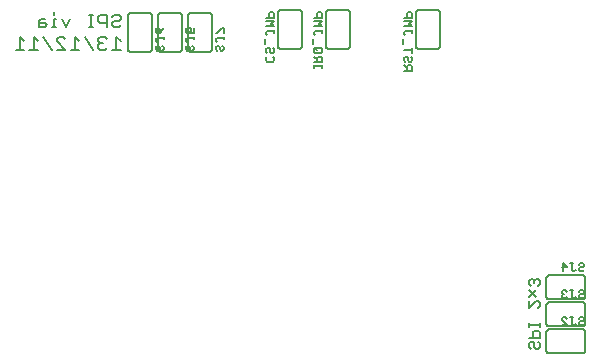
<source format=gbr>
G04 EAGLE Gerber RS-274X export*
G75*
%MOMM*%
%FSLAX34Y34*%
%LPD*%
%INSilkscreen Bottom*%
%IPPOS*%
%AMOC8*
5,1,8,0,0,1.08239X$1,22.5*%
G01*
%ADD10C,0.203200*%
%ADD11C,0.127000*%
%ADD12C,0.152400*%


D10*
X266186Y455049D02*
X267965Y456828D01*
X271525Y456828D01*
X273304Y455049D01*
X273304Y453269D01*
X271525Y451490D01*
X267965Y451490D01*
X266186Y449710D01*
X266186Y447931D01*
X267965Y446151D01*
X271525Y446151D01*
X273304Y447931D01*
X261610Y446151D02*
X261610Y456828D01*
X256271Y456828D01*
X254492Y455049D01*
X254492Y451490D01*
X256271Y449710D01*
X261610Y449710D01*
X249916Y446151D02*
X246357Y446151D01*
X248137Y446151D02*
X248137Y456828D01*
X249916Y456828D02*
X246357Y456828D01*
X230426Y453269D02*
X226867Y446151D01*
X223308Y453269D01*
X218732Y453269D02*
X216953Y453269D01*
X216953Y446151D01*
X218732Y446151D02*
X215173Y446151D01*
X216953Y456828D02*
X216953Y458608D01*
X209157Y453269D02*
X205598Y453269D01*
X203818Y451490D01*
X203818Y446151D01*
X209157Y446151D01*
X210936Y447931D01*
X209157Y449710D01*
X203818Y449710D01*
X269745Y437778D02*
X273304Y434219D01*
X269745Y437778D02*
X269745Y427101D01*
X273304Y427101D02*
X266186Y427101D01*
X261610Y435999D02*
X259831Y437778D01*
X256271Y437778D01*
X254492Y435999D01*
X254492Y434219D01*
X256271Y432440D01*
X258051Y432440D01*
X256271Y432440D02*
X254492Y430660D01*
X254492Y428881D01*
X256271Y427101D01*
X259831Y427101D01*
X261610Y428881D01*
X249916Y427101D02*
X242798Y437778D01*
X238222Y434219D02*
X234663Y437778D01*
X234663Y427101D01*
X238222Y427101D02*
X231104Y427101D01*
X226528Y427101D02*
X219410Y427101D01*
X226528Y427101D02*
X219410Y434219D01*
X219410Y435999D01*
X221190Y437778D01*
X224749Y437778D01*
X226528Y435999D01*
X214834Y427101D02*
X207716Y437778D01*
X203140Y434219D02*
X199581Y437778D01*
X199581Y427101D01*
X203140Y427101D02*
X196022Y427101D01*
X191446Y434219D02*
X187887Y437778D01*
X187887Y427101D01*
X191446Y427101D02*
X184328Y427101D01*
D11*
X626540Y179853D02*
X628023Y178370D01*
X628023Y175404D01*
X626540Y173921D01*
X625057Y173921D01*
X623574Y175404D01*
X623574Y178370D01*
X622091Y179853D01*
X620608Y179853D01*
X619125Y178370D01*
X619125Y175404D01*
X620608Y173921D01*
X619125Y183276D02*
X628023Y183276D01*
X628023Y187725D01*
X626540Y189208D01*
X623574Y189208D01*
X622091Y187725D01*
X622091Y183276D01*
X619125Y192631D02*
X619125Y195597D01*
X619125Y194114D02*
X628023Y194114D01*
X628023Y192631D02*
X628023Y195597D01*
X619125Y208223D02*
X619125Y214155D01*
X619125Y208223D02*
X625057Y214155D01*
X626540Y214155D01*
X628023Y212672D01*
X628023Y209706D01*
X626540Y208223D01*
X625057Y217579D02*
X619125Y223510D01*
X619125Y217579D02*
X625057Y223510D01*
X626540Y226934D02*
X628023Y228417D01*
X628023Y231383D01*
X626540Y232865D01*
X625057Y232865D01*
X623574Y231383D01*
X623574Y229900D01*
X623574Y231383D02*
X622091Y232865D01*
X620608Y232865D01*
X619125Y231383D01*
X619125Y228417D01*
X620608Y226934D01*
D10*
X636270Y170180D02*
X664210Y170180D01*
X636270Y190500D02*
X636170Y190498D01*
X636071Y190492D01*
X635971Y190482D01*
X635873Y190469D01*
X635774Y190451D01*
X635677Y190430D01*
X635581Y190405D01*
X635485Y190376D01*
X635391Y190343D01*
X635298Y190307D01*
X635207Y190267D01*
X635117Y190223D01*
X635029Y190176D01*
X634943Y190126D01*
X634859Y190072D01*
X634777Y190015D01*
X634698Y189955D01*
X634620Y189891D01*
X634546Y189825D01*
X634474Y189756D01*
X634405Y189684D01*
X634339Y189610D01*
X634275Y189532D01*
X634215Y189453D01*
X634158Y189371D01*
X634104Y189287D01*
X634054Y189201D01*
X634007Y189113D01*
X633963Y189023D01*
X633923Y188932D01*
X633887Y188839D01*
X633854Y188745D01*
X633825Y188649D01*
X633800Y188553D01*
X633779Y188456D01*
X633761Y188357D01*
X633748Y188259D01*
X633738Y188159D01*
X633732Y188060D01*
X633730Y187960D01*
X664210Y190500D02*
X664310Y190498D01*
X664409Y190492D01*
X664509Y190482D01*
X664607Y190469D01*
X664706Y190451D01*
X664803Y190430D01*
X664899Y190405D01*
X664995Y190376D01*
X665089Y190343D01*
X665182Y190307D01*
X665273Y190267D01*
X665363Y190223D01*
X665451Y190176D01*
X665537Y190126D01*
X665621Y190072D01*
X665703Y190015D01*
X665782Y189955D01*
X665860Y189891D01*
X665934Y189825D01*
X666006Y189756D01*
X666075Y189684D01*
X666141Y189610D01*
X666205Y189532D01*
X666265Y189453D01*
X666322Y189371D01*
X666376Y189287D01*
X666426Y189201D01*
X666473Y189113D01*
X666517Y189023D01*
X666557Y188932D01*
X666593Y188839D01*
X666626Y188745D01*
X666655Y188649D01*
X666680Y188553D01*
X666701Y188456D01*
X666719Y188357D01*
X666732Y188259D01*
X666742Y188159D01*
X666748Y188060D01*
X666750Y187960D01*
X666750Y172720D02*
X666748Y172620D01*
X666742Y172521D01*
X666732Y172421D01*
X666719Y172323D01*
X666701Y172224D01*
X666680Y172127D01*
X666655Y172031D01*
X666626Y171935D01*
X666593Y171841D01*
X666557Y171748D01*
X666517Y171657D01*
X666473Y171567D01*
X666426Y171479D01*
X666376Y171393D01*
X666322Y171309D01*
X666265Y171227D01*
X666205Y171148D01*
X666141Y171070D01*
X666075Y170996D01*
X666006Y170924D01*
X665934Y170855D01*
X665860Y170789D01*
X665782Y170725D01*
X665703Y170665D01*
X665621Y170608D01*
X665537Y170554D01*
X665451Y170504D01*
X665363Y170457D01*
X665273Y170413D01*
X665182Y170373D01*
X665089Y170337D01*
X664995Y170304D01*
X664899Y170275D01*
X664803Y170250D01*
X664706Y170229D01*
X664607Y170211D01*
X664509Y170198D01*
X664409Y170188D01*
X664310Y170182D01*
X664210Y170180D01*
X636270Y170180D02*
X636170Y170182D01*
X636071Y170188D01*
X635971Y170198D01*
X635873Y170211D01*
X635774Y170229D01*
X635677Y170250D01*
X635581Y170275D01*
X635485Y170304D01*
X635391Y170337D01*
X635298Y170373D01*
X635207Y170413D01*
X635117Y170457D01*
X635029Y170504D01*
X634943Y170554D01*
X634859Y170608D01*
X634777Y170665D01*
X634698Y170725D01*
X634620Y170789D01*
X634546Y170855D01*
X634474Y170924D01*
X634405Y170996D01*
X634339Y171070D01*
X634275Y171148D01*
X634215Y171227D01*
X634158Y171309D01*
X634104Y171393D01*
X634054Y171479D01*
X634007Y171567D01*
X633963Y171657D01*
X633923Y171748D01*
X633887Y171841D01*
X633854Y171935D01*
X633825Y172031D01*
X633800Y172127D01*
X633779Y172224D01*
X633761Y172323D01*
X633748Y172421D01*
X633738Y172521D01*
X633732Y172620D01*
X633730Y172720D01*
X633730Y187960D01*
X666750Y187960D02*
X666750Y172720D01*
X664210Y190500D02*
X636270Y190500D01*
D12*
X661582Y199310D02*
X662683Y200412D01*
X664886Y200412D01*
X665988Y199310D01*
X665988Y198208D01*
X664886Y197107D01*
X662683Y197107D01*
X661582Y196005D01*
X661582Y194904D01*
X662683Y193802D01*
X664886Y193802D01*
X665988Y194904D01*
X658504Y194904D02*
X657402Y193802D01*
X656301Y193802D01*
X655199Y194904D01*
X655199Y200412D01*
X656301Y200412D02*
X654097Y200412D01*
X651020Y193802D02*
X646613Y193802D01*
X646613Y198208D02*
X651020Y193802D01*
X646613Y198208D02*
X646613Y199310D01*
X647715Y200412D01*
X649918Y200412D01*
X651020Y199310D01*
D10*
X664210Y193040D02*
X636270Y193040D01*
X633730Y210820D02*
X633732Y210920D01*
X633738Y211019D01*
X633748Y211119D01*
X633761Y211217D01*
X633779Y211316D01*
X633800Y211413D01*
X633825Y211509D01*
X633854Y211605D01*
X633887Y211699D01*
X633923Y211792D01*
X633963Y211883D01*
X634007Y211973D01*
X634054Y212061D01*
X634104Y212147D01*
X634158Y212231D01*
X634215Y212313D01*
X634275Y212392D01*
X634339Y212470D01*
X634405Y212544D01*
X634474Y212616D01*
X634546Y212685D01*
X634620Y212751D01*
X634698Y212815D01*
X634777Y212875D01*
X634859Y212932D01*
X634943Y212986D01*
X635029Y213036D01*
X635117Y213083D01*
X635207Y213127D01*
X635298Y213167D01*
X635391Y213203D01*
X635485Y213236D01*
X635581Y213265D01*
X635677Y213290D01*
X635774Y213311D01*
X635873Y213329D01*
X635971Y213342D01*
X636071Y213352D01*
X636170Y213358D01*
X636270Y213360D01*
X664210Y213360D02*
X664310Y213358D01*
X664409Y213352D01*
X664509Y213342D01*
X664607Y213329D01*
X664706Y213311D01*
X664803Y213290D01*
X664899Y213265D01*
X664995Y213236D01*
X665089Y213203D01*
X665182Y213167D01*
X665273Y213127D01*
X665363Y213083D01*
X665451Y213036D01*
X665537Y212986D01*
X665621Y212932D01*
X665703Y212875D01*
X665782Y212815D01*
X665860Y212751D01*
X665934Y212685D01*
X666006Y212616D01*
X666075Y212544D01*
X666141Y212470D01*
X666205Y212392D01*
X666265Y212313D01*
X666322Y212231D01*
X666376Y212147D01*
X666426Y212061D01*
X666473Y211973D01*
X666517Y211883D01*
X666557Y211792D01*
X666593Y211699D01*
X666626Y211605D01*
X666655Y211509D01*
X666680Y211413D01*
X666701Y211316D01*
X666719Y211217D01*
X666732Y211119D01*
X666742Y211019D01*
X666748Y210920D01*
X666750Y210820D01*
X666750Y195580D02*
X666748Y195480D01*
X666742Y195381D01*
X666732Y195281D01*
X666719Y195183D01*
X666701Y195084D01*
X666680Y194987D01*
X666655Y194891D01*
X666626Y194795D01*
X666593Y194701D01*
X666557Y194608D01*
X666517Y194517D01*
X666473Y194427D01*
X666426Y194339D01*
X666376Y194253D01*
X666322Y194169D01*
X666265Y194087D01*
X666205Y194008D01*
X666141Y193930D01*
X666075Y193856D01*
X666006Y193784D01*
X665934Y193715D01*
X665860Y193649D01*
X665782Y193585D01*
X665703Y193525D01*
X665621Y193468D01*
X665537Y193414D01*
X665451Y193364D01*
X665363Y193317D01*
X665273Y193273D01*
X665182Y193233D01*
X665089Y193197D01*
X664995Y193164D01*
X664899Y193135D01*
X664803Y193110D01*
X664706Y193089D01*
X664607Y193071D01*
X664509Y193058D01*
X664409Y193048D01*
X664310Y193042D01*
X664210Y193040D01*
X636270Y193040D02*
X636170Y193042D01*
X636071Y193048D01*
X635971Y193058D01*
X635873Y193071D01*
X635774Y193089D01*
X635677Y193110D01*
X635581Y193135D01*
X635485Y193164D01*
X635391Y193197D01*
X635298Y193233D01*
X635207Y193273D01*
X635117Y193317D01*
X635029Y193364D01*
X634943Y193414D01*
X634859Y193468D01*
X634777Y193525D01*
X634698Y193585D01*
X634620Y193649D01*
X634546Y193715D01*
X634474Y193784D01*
X634405Y193856D01*
X634339Y193930D01*
X634275Y194008D01*
X634215Y194087D01*
X634158Y194169D01*
X634104Y194253D01*
X634054Y194339D01*
X634007Y194427D01*
X633963Y194517D01*
X633923Y194608D01*
X633887Y194701D01*
X633854Y194795D01*
X633825Y194891D01*
X633800Y194987D01*
X633779Y195084D01*
X633761Y195183D01*
X633748Y195281D01*
X633738Y195381D01*
X633732Y195480D01*
X633730Y195580D01*
X633730Y210820D01*
X666750Y210820D02*
X666750Y195580D01*
X664210Y213360D02*
X636270Y213360D01*
D12*
X661582Y222170D02*
X662683Y223272D01*
X664886Y223272D01*
X665988Y222170D01*
X665988Y221068D01*
X664886Y219967D01*
X662683Y219967D01*
X661582Y218865D01*
X661582Y217764D01*
X662683Y216662D01*
X664886Y216662D01*
X665988Y217764D01*
X658504Y217764D02*
X657402Y216662D01*
X656301Y216662D01*
X655199Y217764D01*
X655199Y223272D01*
X656301Y223272D02*
X654097Y223272D01*
X651020Y222170D02*
X649918Y223272D01*
X647715Y223272D01*
X646613Y222170D01*
X646613Y221068D01*
X647715Y219967D01*
X648817Y219967D01*
X647715Y219967D02*
X646613Y218865D01*
X646613Y217764D01*
X647715Y216662D01*
X649918Y216662D01*
X651020Y217764D01*
D10*
X664210Y215900D02*
X636270Y215900D01*
X633730Y233680D02*
X633732Y233780D01*
X633738Y233879D01*
X633748Y233979D01*
X633761Y234077D01*
X633779Y234176D01*
X633800Y234273D01*
X633825Y234369D01*
X633854Y234465D01*
X633887Y234559D01*
X633923Y234652D01*
X633963Y234743D01*
X634007Y234833D01*
X634054Y234921D01*
X634104Y235007D01*
X634158Y235091D01*
X634215Y235173D01*
X634275Y235252D01*
X634339Y235330D01*
X634405Y235404D01*
X634474Y235476D01*
X634546Y235545D01*
X634620Y235611D01*
X634698Y235675D01*
X634777Y235735D01*
X634859Y235792D01*
X634943Y235846D01*
X635029Y235896D01*
X635117Y235943D01*
X635207Y235987D01*
X635298Y236027D01*
X635391Y236063D01*
X635485Y236096D01*
X635581Y236125D01*
X635677Y236150D01*
X635774Y236171D01*
X635873Y236189D01*
X635971Y236202D01*
X636071Y236212D01*
X636170Y236218D01*
X636270Y236220D01*
X664210Y236220D02*
X664310Y236218D01*
X664409Y236212D01*
X664509Y236202D01*
X664607Y236189D01*
X664706Y236171D01*
X664803Y236150D01*
X664899Y236125D01*
X664995Y236096D01*
X665089Y236063D01*
X665182Y236027D01*
X665273Y235987D01*
X665363Y235943D01*
X665451Y235896D01*
X665537Y235846D01*
X665621Y235792D01*
X665703Y235735D01*
X665782Y235675D01*
X665860Y235611D01*
X665934Y235545D01*
X666006Y235476D01*
X666075Y235404D01*
X666141Y235330D01*
X666205Y235252D01*
X666265Y235173D01*
X666322Y235091D01*
X666376Y235007D01*
X666426Y234921D01*
X666473Y234833D01*
X666517Y234743D01*
X666557Y234652D01*
X666593Y234559D01*
X666626Y234465D01*
X666655Y234369D01*
X666680Y234273D01*
X666701Y234176D01*
X666719Y234077D01*
X666732Y233979D01*
X666742Y233879D01*
X666748Y233780D01*
X666750Y233680D01*
X666750Y218440D02*
X666748Y218340D01*
X666742Y218241D01*
X666732Y218141D01*
X666719Y218043D01*
X666701Y217944D01*
X666680Y217847D01*
X666655Y217751D01*
X666626Y217655D01*
X666593Y217561D01*
X666557Y217468D01*
X666517Y217377D01*
X666473Y217287D01*
X666426Y217199D01*
X666376Y217113D01*
X666322Y217029D01*
X666265Y216947D01*
X666205Y216868D01*
X666141Y216790D01*
X666075Y216716D01*
X666006Y216644D01*
X665934Y216575D01*
X665860Y216509D01*
X665782Y216445D01*
X665703Y216385D01*
X665621Y216328D01*
X665537Y216274D01*
X665451Y216224D01*
X665363Y216177D01*
X665273Y216133D01*
X665182Y216093D01*
X665089Y216057D01*
X664995Y216024D01*
X664899Y215995D01*
X664803Y215970D01*
X664706Y215949D01*
X664607Y215931D01*
X664509Y215918D01*
X664409Y215908D01*
X664310Y215902D01*
X664210Y215900D01*
X636270Y215900D02*
X636170Y215902D01*
X636071Y215908D01*
X635971Y215918D01*
X635873Y215931D01*
X635774Y215949D01*
X635677Y215970D01*
X635581Y215995D01*
X635485Y216024D01*
X635391Y216057D01*
X635298Y216093D01*
X635207Y216133D01*
X635117Y216177D01*
X635029Y216224D01*
X634943Y216274D01*
X634859Y216328D01*
X634777Y216385D01*
X634698Y216445D01*
X634620Y216509D01*
X634546Y216575D01*
X634474Y216644D01*
X634405Y216716D01*
X634339Y216790D01*
X634275Y216868D01*
X634215Y216947D01*
X634158Y217029D01*
X634104Y217113D01*
X634054Y217199D01*
X634007Y217287D01*
X633963Y217377D01*
X633923Y217468D01*
X633887Y217561D01*
X633854Y217655D01*
X633825Y217751D01*
X633800Y217847D01*
X633779Y217944D01*
X633761Y218043D01*
X633748Y218141D01*
X633738Y218241D01*
X633732Y218340D01*
X633730Y218440D01*
X633730Y233680D01*
X666750Y233680D02*
X666750Y218440D01*
X664210Y236220D02*
X636270Y236220D01*
D12*
X661582Y245030D02*
X662683Y246132D01*
X664886Y246132D01*
X665988Y245030D01*
X665988Y243928D01*
X664886Y242827D01*
X662683Y242827D01*
X661582Y241725D01*
X661582Y240624D01*
X662683Y239522D01*
X664886Y239522D01*
X665988Y240624D01*
X658504Y240624D02*
X657402Y239522D01*
X656301Y239522D01*
X655199Y240624D01*
X655199Y246132D01*
X656301Y246132D02*
X654097Y246132D01*
X647715Y246132D02*
X647715Y239522D01*
X651020Y242827D02*
X647715Y246132D01*
X646613Y242827D02*
X651020Y242827D01*
D10*
X304800Y427990D02*
X304800Y455930D01*
X322580Y458470D02*
X322680Y458468D01*
X322779Y458462D01*
X322879Y458452D01*
X322977Y458439D01*
X323076Y458421D01*
X323173Y458400D01*
X323269Y458375D01*
X323365Y458346D01*
X323459Y458313D01*
X323552Y458277D01*
X323643Y458237D01*
X323733Y458193D01*
X323821Y458146D01*
X323907Y458096D01*
X323991Y458042D01*
X324073Y457985D01*
X324152Y457925D01*
X324230Y457861D01*
X324304Y457795D01*
X324376Y457726D01*
X324445Y457654D01*
X324511Y457580D01*
X324575Y457502D01*
X324635Y457423D01*
X324692Y457341D01*
X324746Y457257D01*
X324796Y457171D01*
X324843Y457083D01*
X324887Y456993D01*
X324927Y456902D01*
X324963Y456809D01*
X324996Y456715D01*
X325025Y456619D01*
X325050Y456523D01*
X325071Y456426D01*
X325089Y456327D01*
X325102Y456229D01*
X325112Y456129D01*
X325118Y456030D01*
X325120Y455930D01*
X325120Y427990D02*
X325118Y427890D01*
X325112Y427791D01*
X325102Y427691D01*
X325089Y427593D01*
X325071Y427494D01*
X325050Y427397D01*
X325025Y427301D01*
X324996Y427205D01*
X324963Y427111D01*
X324927Y427018D01*
X324887Y426927D01*
X324843Y426837D01*
X324796Y426749D01*
X324746Y426663D01*
X324692Y426579D01*
X324635Y426497D01*
X324575Y426418D01*
X324511Y426340D01*
X324445Y426266D01*
X324376Y426194D01*
X324304Y426125D01*
X324230Y426059D01*
X324152Y425995D01*
X324073Y425935D01*
X323991Y425878D01*
X323907Y425824D01*
X323821Y425774D01*
X323733Y425727D01*
X323643Y425683D01*
X323552Y425643D01*
X323459Y425607D01*
X323365Y425574D01*
X323269Y425545D01*
X323173Y425520D01*
X323076Y425499D01*
X322977Y425481D01*
X322879Y425468D01*
X322779Y425458D01*
X322680Y425452D01*
X322580Y425450D01*
X307340Y425450D02*
X307240Y425452D01*
X307141Y425458D01*
X307041Y425468D01*
X306943Y425481D01*
X306844Y425499D01*
X306747Y425520D01*
X306651Y425545D01*
X306555Y425574D01*
X306461Y425607D01*
X306368Y425643D01*
X306277Y425683D01*
X306187Y425727D01*
X306099Y425774D01*
X306013Y425824D01*
X305929Y425878D01*
X305847Y425935D01*
X305768Y425995D01*
X305690Y426059D01*
X305616Y426125D01*
X305544Y426194D01*
X305475Y426266D01*
X305409Y426340D01*
X305345Y426418D01*
X305285Y426497D01*
X305228Y426579D01*
X305174Y426663D01*
X305124Y426749D01*
X305077Y426837D01*
X305033Y426927D01*
X304993Y427018D01*
X304957Y427111D01*
X304924Y427205D01*
X304895Y427301D01*
X304870Y427397D01*
X304849Y427494D01*
X304831Y427593D01*
X304818Y427691D01*
X304808Y427791D01*
X304802Y427890D01*
X304800Y427990D01*
X304800Y455930D02*
X304802Y456030D01*
X304808Y456129D01*
X304818Y456229D01*
X304831Y456327D01*
X304849Y456426D01*
X304870Y456523D01*
X304895Y456619D01*
X304924Y456715D01*
X304957Y456809D01*
X304993Y456902D01*
X305033Y456993D01*
X305077Y457083D01*
X305124Y457171D01*
X305174Y457257D01*
X305228Y457341D01*
X305285Y457423D01*
X305345Y457502D01*
X305409Y457580D01*
X305475Y457654D01*
X305544Y457726D01*
X305616Y457795D01*
X305690Y457861D01*
X305768Y457925D01*
X305847Y457985D01*
X305929Y458042D01*
X306013Y458096D01*
X306099Y458146D01*
X306187Y458193D01*
X306277Y458237D01*
X306368Y458277D01*
X306461Y458313D01*
X306555Y458346D01*
X306651Y458375D01*
X306747Y458400D01*
X306844Y458421D01*
X306943Y458439D01*
X307041Y458452D01*
X307141Y458462D01*
X307240Y458468D01*
X307340Y458470D01*
X322580Y458470D01*
X322580Y425450D02*
X307340Y425450D01*
X325120Y427990D02*
X325120Y455930D01*
D12*
X333930Y430618D02*
X335032Y429517D01*
X335032Y427314D01*
X333930Y426212D01*
X332828Y426212D01*
X331727Y427314D01*
X331727Y429517D01*
X330625Y430618D01*
X329524Y430618D01*
X328422Y429517D01*
X328422Y427314D01*
X329524Y426212D01*
X329524Y433696D02*
X328422Y434798D01*
X328422Y435899D01*
X329524Y437001D01*
X335032Y437001D01*
X335032Y435899D02*
X335032Y438103D01*
X335032Y441180D02*
X335032Y445587D01*
X335032Y441180D02*
X331727Y441180D01*
X332828Y443384D01*
X332828Y444485D01*
X331727Y445587D01*
X329524Y445587D01*
X328422Y444485D01*
X328422Y442282D01*
X329524Y441180D01*
D10*
X279400Y427990D02*
X279400Y455930D01*
X297180Y458470D02*
X297280Y458468D01*
X297379Y458462D01*
X297479Y458452D01*
X297577Y458439D01*
X297676Y458421D01*
X297773Y458400D01*
X297869Y458375D01*
X297965Y458346D01*
X298059Y458313D01*
X298152Y458277D01*
X298243Y458237D01*
X298333Y458193D01*
X298421Y458146D01*
X298507Y458096D01*
X298591Y458042D01*
X298673Y457985D01*
X298752Y457925D01*
X298830Y457861D01*
X298904Y457795D01*
X298976Y457726D01*
X299045Y457654D01*
X299111Y457580D01*
X299175Y457502D01*
X299235Y457423D01*
X299292Y457341D01*
X299346Y457257D01*
X299396Y457171D01*
X299443Y457083D01*
X299487Y456993D01*
X299527Y456902D01*
X299563Y456809D01*
X299596Y456715D01*
X299625Y456619D01*
X299650Y456523D01*
X299671Y456426D01*
X299689Y456327D01*
X299702Y456229D01*
X299712Y456129D01*
X299718Y456030D01*
X299720Y455930D01*
X299720Y427990D02*
X299718Y427890D01*
X299712Y427791D01*
X299702Y427691D01*
X299689Y427593D01*
X299671Y427494D01*
X299650Y427397D01*
X299625Y427301D01*
X299596Y427205D01*
X299563Y427111D01*
X299527Y427018D01*
X299487Y426927D01*
X299443Y426837D01*
X299396Y426749D01*
X299346Y426663D01*
X299292Y426579D01*
X299235Y426497D01*
X299175Y426418D01*
X299111Y426340D01*
X299045Y426266D01*
X298976Y426194D01*
X298904Y426125D01*
X298830Y426059D01*
X298752Y425995D01*
X298673Y425935D01*
X298591Y425878D01*
X298507Y425824D01*
X298421Y425774D01*
X298333Y425727D01*
X298243Y425683D01*
X298152Y425643D01*
X298059Y425607D01*
X297965Y425574D01*
X297869Y425545D01*
X297773Y425520D01*
X297676Y425499D01*
X297577Y425481D01*
X297479Y425468D01*
X297379Y425458D01*
X297280Y425452D01*
X297180Y425450D01*
X281940Y425450D02*
X281840Y425452D01*
X281741Y425458D01*
X281641Y425468D01*
X281543Y425481D01*
X281444Y425499D01*
X281347Y425520D01*
X281251Y425545D01*
X281155Y425574D01*
X281061Y425607D01*
X280968Y425643D01*
X280877Y425683D01*
X280787Y425727D01*
X280699Y425774D01*
X280613Y425824D01*
X280529Y425878D01*
X280447Y425935D01*
X280368Y425995D01*
X280290Y426059D01*
X280216Y426125D01*
X280144Y426194D01*
X280075Y426266D01*
X280009Y426340D01*
X279945Y426418D01*
X279885Y426497D01*
X279828Y426579D01*
X279774Y426663D01*
X279724Y426749D01*
X279677Y426837D01*
X279633Y426927D01*
X279593Y427018D01*
X279557Y427111D01*
X279524Y427205D01*
X279495Y427301D01*
X279470Y427397D01*
X279449Y427494D01*
X279431Y427593D01*
X279418Y427691D01*
X279408Y427791D01*
X279402Y427890D01*
X279400Y427990D01*
X279400Y455930D02*
X279402Y456030D01*
X279408Y456129D01*
X279418Y456229D01*
X279431Y456327D01*
X279449Y456426D01*
X279470Y456523D01*
X279495Y456619D01*
X279524Y456715D01*
X279557Y456809D01*
X279593Y456902D01*
X279633Y456993D01*
X279677Y457083D01*
X279724Y457171D01*
X279774Y457257D01*
X279828Y457341D01*
X279885Y457423D01*
X279945Y457502D01*
X280009Y457580D01*
X280075Y457654D01*
X280144Y457726D01*
X280216Y457795D01*
X280290Y457861D01*
X280368Y457925D01*
X280447Y457985D01*
X280529Y458042D01*
X280613Y458096D01*
X280699Y458146D01*
X280787Y458193D01*
X280877Y458237D01*
X280968Y458277D01*
X281061Y458313D01*
X281155Y458346D01*
X281251Y458375D01*
X281347Y458400D01*
X281444Y458421D01*
X281543Y458439D01*
X281641Y458452D01*
X281741Y458462D01*
X281840Y458468D01*
X281940Y458470D01*
X297180Y458470D01*
X297180Y425450D02*
X281940Y425450D01*
X299720Y427990D02*
X299720Y455930D01*
D12*
X308530Y430618D02*
X309632Y429517D01*
X309632Y427314D01*
X308530Y426212D01*
X307428Y426212D01*
X306327Y427314D01*
X306327Y429517D01*
X305225Y430618D01*
X304124Y430618D01*
X303022Y429517D01*
X303022Y427314D01*
X304124Y426212D01*
X304124Y433696D02*
X303022Y434798D01*
X303022Y435899D01*
X304124Y437001D01*
X309632Y437001D01*
X309632Y435899D02*
X309632Y438103D01*
X308530Y443384D02*
X309632Y445587D01*
X308530Y443384D02*
X306327Y441180D01*
X304124Y441180D01*
X303022Y442282D01*
X303022Y444485D01*
X304124Y445587D01*
X305225Y445587D01*
X306327Y444485D01*
X306327Y441180D01*
D10*
X330200Y427990D02*
X330200Y455930D01*
X347980Y458470D02*
X348080Y458468D01*
X348179Y458462D01*
X348279Y458452D01*
X348377Y458439D01*
X348476Y458421D01*
X348573Y458400D01*
X348669Y458375D01*
X348765Y458346D01*
X348859Y458313D01*
X348952Y458277D01*
X349043Y458237D01*
X349133Y458193D01*
X349221Y458146D01*
X349307Y458096D01*
X349391Y458042D01*
X349473Y457985D01*
X349552Y457925D01*
X349630Y457861D01*
X349704Y457795D01*
X349776Y457726D01*
X349845Y457654D01*
X349911Y457580D01*
X349975Y457502D01*
X350035Y457423D01*
X350092Y457341D01*
X350146Y457257D01*
X350196Y457171D01*
X350243Y457083D01*
X350287Y456993D01*
X350327Y456902D01*
X350363Y456809D01*
X350396Y456715D01*
X350425Y456619D01*
X350450Y456523D01*
X350471Y456426D01*
X350489Y456327D01*
X350502Y456229D01*
X350512Y456129D01*
X350518Y456030D01*
X350520Y455930D01*
X350520Y427990D02*
X350518Y427890D01*
X350512Y427791D01*
X350502Y427691D01*
X350489Y427593D01*
X350471Y427494D01*
X350450Y427397D01*
X350425Y427301D01*
X350396Y427205D01*
X350363Y427111D01*
X350327Y427018D01*
X350287Y426927D01*
X350243Y426837D01*
X350196Y426749D01*
X350146Y426663D01*
X350092Y426579D01*
X350035Y426497D01*
X349975Y426418D01*
X349911Y426340D01*
X349845Y426266D01*
X349776Y426194D01*
X349704Y426125D01*
X349630Y426059D01*
X349552Y425995D01*
X349473Y425935D01*
X349391Y425878D01*
X349307Y425824D01*
X349221Y425774D01*
X349133Y425727D01*
X349043Y425683D01*
X348952Y425643D01*
X348859Y425607D01*
X348765Y425574D01*
X348669Y425545D01*
X348573Y425520D01*
X348476Y425499D01*
X348377Y425481D01*
X348279Y425468D01*
X348179Y425458D01*
X348080Y425452D01*
X347980Y425450D01*
X332740Y425450D02*
X332640Y425452D01*
X332541Y425458D01*
X332441Y425468D01*
X332343Y425481D01*
X332244Y425499D01*
X332147Y425520D01*
X332051Y425545D01*
X331955Y425574D01*
X331861Y425607D01*
X331768Y425643D01*
X331677Y425683D01*
X331587Y425727D01*
X331499Y425774D01*
X331413Y425824D01*
X331329Y425878D01*
X331247Y425935D01*
X331168Y425995D01*
X331090Y426059D01*
X331016Y426125D01*
X330944Y426194D01*
X330875Y426266D01*
X330809Y426340D01*
X330745Y426418D01*
X330685Y426497D01*
X330628Y426579D01*
X330574Y426663D01*
X330524Y426749D01*
X330477Y426837D01*
X330433Y426927D01*
X330393Y427018D01*
X330357Y427111D01*
X330324Y427205D01*
X330295Y427301D01*
X330270Y427397D01*
X330249Y427494D01*
X330231Y427593D01*
X330218Y427691D01*
X330208Y427791D01*
X330202Y427890D01*
X330200Y427990D01*
X330200Y455930D02*
X330202Y456030D01*
X330208Y456129D01*
X330218Y456229D01*
X330231Y456327D01*
X330249Y456426D01*
X330270Y456523D01*
X330295Y456619D01*
X330324Y456715D01*
X330357Y456809D01*
X330393Y456902D01*
X330433Y456993D01*
X330477Y457083D01*
X330524Y457171D01*
X330574Y457257D01*
X330628Y457341D01*
X330685Y457423D01*
X330745Y457502D01*
X330809Y457580D01*
X330875Y457654D01*
X330944Y457726D01*
X331016Y457795D01*
X331090Y457861D01*
X331168Y457925D01*
X331247Y457985D01*
X331329Y458042D01*
X331413Y458096D01*
X331499Y458146D01*
X331587Y458193D01*
X331677Y458237D01*
X331768Y458277D01*
X331861Y458313D01*
X331955Y458346D01*
X332051Y458375D01*
X332147Y458400D01*
X332244Y458421D01*
X332343Y458439D01*
X332441Y458452D01*
X332541Y458462D01*
X332640Y458468D01*
X332740Y458470D01*
X347980Y458470D01*
X347980Y425450D02*
X332740Y425450D01*
X350520Y427990D02*
X350520Y455930D01*
D12*
X359330Y430618D02*
X360432Y429517D01*
X360432Y427314D01*
X359330Y426212D01*
X358228Y426212D01*
X357127Y427314D01*
X357127Y429517D01*
X356025Y430618D01*
X354924Y430618D01*
X353822Y429517D01*
X353822Y427314D01*
X354924Y426212D01*
X354924Y433696D02*
X353822Y434798D01*
X353822Y435899D01*
X354924Y437001D01*
X360432Y437001D01*
X360432Y435899D02*
X360432Y438103D01*
X360432Y441180D02*
X360432Y445587D01*
X359330Y445587D01*
X354924Y441180D01*
X353822Y441180D01*
D10*
X543560Y430530D02*
X543560Y458470D01*
X523240Y430530D02*
X523242Y430430D01*
X523248Y430331D01*
X523258Y430231D01*
X523271Y430133D01*
X523289Y430034D01*
X523310Y429937D01*
X523335Y429841D01*
X523364Y429745D01*
X523397Y429651D01*
X523433Y429558D01*
X523473Y429467D01*
X523517Y429377D01*
X523564Y429289D01*
X523614Y429203D01*
X523668Y429119D01*
X523725Y429037D01*
X523785Y428958D01*
X523849Y428880D01*
X523915Y428806D01*
X523984Y428734D01*
X524056Y428665D01*
X524130Y428599D01*
X524208Y428535D01*
X524287Y428475D01*
X524369Y428418D01*
X524453Y428364D01*
X524539Y428314D01*
X524627Y428267D01*
X524717Y428223D01*
X524808Y428183D01*
X524901Y428147D01*
X524995Y428114D01*
X525091Y428085D01*
X525187Y428060D01*
X525284Y428039D01*
X525383Y428021D01*
X525481Y428008D01*
X525581Y427998D01*
X525680Y427992D01*
X525780Y427990D01*
X523240Y458470D02*
X523242Y458570D01*
X523248Y458669D01*
X523258Y458769D01*
X523271Y458867D01*
X523289Y458966D01*
X523310Y459063D01*
X523335Y459159D01*
X523364Y459255D01*
X523397Y459349D01*
X523433Y459442D01*
X523473Y459533D01*
X523517Y459623D01*
X523564Y459711D01*
X523614Y459797D01*
X523668Y459881D01*
X523725Y459963D01*
X523785Y460042D01*
X523849Y460120D01*
X523915Y460194D01*
X523984Y460266D01*
X524056Y460335D01*
X524130Y460401D01*
X524208Y460465D01*
X524287Y460525D01*
X524369Y460582D01*
X524453Y460636D01*
X524539Y460686D01*
X524627Y460733D01*
X524717Y460777D01*
X524808Y460817D01*
X524901Y460853D01*
X524995Y460886D01*
X525091Y460915D01*
X525187Y460940D01*
X525284Y460961D01*
X525383Y460979D01*
X525481Y460992D01*
X525581Y461002D01*
X525680Y461008D01*
X525780Y461010D01*
X541020Y461010D02*
X541120Y461008D01*
X541219Y461002D01*
X541319Y460992D01*
X541417Y460979D01*
X541516Y460961D01*
X541613Y460940D01*
X541709Y460915D01*
X541805Y460886D01*
X541899Y460853D01*
X541992Y460817D01*
X542083Y460777D01*
X542173Y460733D01*
X542261Y460686D01*
X542347Y460636D01*
X542431Y460582D01*
X542513Y460525D01*
X542592Y460465D01*
X542670Y460401D01*
X542744Y460335D01*
X542816Y460266D01*
X542885Y460194D01*
X542951Y460120D01*
X543015Y460042D01*
X543075Y459963D01*
X543132Y459881D01*
X543186Y459797D01*
X543236Y459711D01*
X543283Y459623D01*
X543327Y459533D01*
X543367Y459442D01*
X543403Y459349D01*
X543436Y459255D01*
X543465Y459159D01*
X543490Y459063D01*
X543511Y458966D01*
X543529Y458867D01*
X543542Y458769D01*
X543552Y458669D01*
X543558Y458570D01*
X543560Y458470D01*
X543560Y430530D02*
X543558Y430430D01*
X543552Y430331D01*
X543542Y430231D01*
X543529Y430133D01*
X543511Y430034D01*
X543490Y429937D01*
X543465Y429841D01*
X543436Y429745D01*
X543403Y429651D01*
X543367Y429558D01*
X543327Y429467D01*
X543283Y429377D01*
X543236Y429289D01*
X543186Y429203D01*
X543132Y429119D01*
X543075Y429037D01*
X543015Y428958D01*
X542951Y428880D01*
X542885Y428806D01*
X542816Y428734D01*
X542744Y428665D01*
X542670Y428599D01*
X542592Y428535D01*
X542513Y428475D01*
X542431Y428418D01*
X542347Y428364D01*
X542261Y428314D01*
X542173Y428267D01*
X542083Y428223D01*
X541992Y428183D01*
X541899Y428147D01*
X541805Y428114D01*
X541709Y428085D01*
X541613Y428060D01*
X541516Y428039D01*
X541417Y428021D01*
X541319Y428008D01*
X541219Y427998D01*
X541120Y427992D01*
X541020Y427990D01*
X525780Y427990D01*
X525780Y461010D02*
X541020Y461010D01*
X523240Y458470D02*
X523240Y430530D01*
D12*
X519944Y409383D02*
X513334Y409383D01*
X519944Y409383D02*
X519944Y412688D01*
X518842Y413789D01*
X516639Y413789D01*
X515537Y412688D01*
X515537Y409383D01*
X515537Y411586D02*
X513334Y413789D01*
X519944Y420172D02*
X518842Y421273D01*
X519944Y420172D02*
X519944Y417969D01*
X518842Y416867D01*
X517740Y416867D01*
X516639Y417969D01*
X516639Y420172D01*
X515537Y421273D01*
X514436Y421273D01*
X513334Y420172D01*
X513334Y417969D01*
X514436Y416867D01*
X513334Y426554D02*
X519944Y426554D01*
X519944Y424351D02*
X519944Y428758D01*
X512232Y431835D02*
X512232Y436242D01*
X514436Y439320D02*
X513334Y440421D01*
X513334Y441523D01*
X514436Y442624D01*
X519944Y442624D01*
X519944Y441523D02*
X519944Y443726D01*
X519944Y446804D02*
X513334Y446804D01*
X517740Y449007D02*
X519944Y446804D01*
X517740Y449007D02*
X519944Y451210D01*
X513334Y451210D01*
X513334Y454288D02*
X519944Y454288D01*
X519944Y457593D01*
X518842Y458694D01*
X516639Y458694D01*
X515537Y457593D01*
X515537Y454288D01*
D10*
X467360Y458470D02*
X467360Y430530D01*
X449580Y427990D02*
X449480Y427992D01*
X449381Y427998D01*
X449281Y428008D01*
X449183Y428021D01*
X449084Y428039D01*
X448987Y428060D01*
X448891Y428085D01*
X448795Y428114D01*
X448701Y428147D01*
X448608Y428183D01*
X448517Y428223D01*
X448427Y428267D01*
X448339Y428314D01*
X448253Y428364D01*
X448169Y428418D01*
X448087Y428475D01*
X448008Y428535D01*
X447930Y428599D01*
X447856Y428665D01*
X447784Y428734D01*
X447715Y428806D01*
X447649Y428880D01*
X447585Y428958D01*
X447525Y429037D01*
X447468Y429119D01*
X447414Y429203D01*
X447364Y429289D01*
X447317Y429377D01*
X447273Y429467D01*
X447233Y429558D01*
X447197Y429651D01*
X447164Y429745D01*
X447135Y429841D01*
X447110Y429937D01*
X447089Y430034D01*
X447071Y430133D01*
X447058Y430231D01*
X447048Y430331D01*
X447042Y430430D01*
X447040Y430530D01*
X447040Y458470D02*
X447042Y458570D01*
X447048Y458669D01*
X447058Y458769D01*
X447071Y458867D01*
X447089Y458966D01*
X447110Y459063D01*
X447135Y459159D01*
X447164Y459255D01*
X447197Y459349D01*
X447233Y459442D01*
X447273Y459533D01*
X447317Y459623D01*
X447364Y459711D01*
X447414Y459797D01*
X447468Y459881D01*
X447525Y459963D01*
X447585Y460042D01*
X447649Y460120D01*
X447715Y460194D01*
X447784Y460266D01*
X447856Y460335D01*
X447930Y460401D01*
X448008Y460465D01*
X448087Y460525D01*
X448169Y460582D01*
X448253Y460636D01*
X448339Y460686D01*
X448427Y460733D01*
X448517Y460777D01*
X448608Y460817D01*
X448701Y460853D01*
X448795Y460886D01*
X448891Y460915D01*
X448987Y460940D01*
X449084Y460961D01*
X449183Y460979D01*
X449281Y460992D01*
X449381Y461002D01*
X449480Y461008D01*
X449580Y461010D01*
X464820Y461010D02*
X464920Y461008D01*
X465019Y461002D01*
X465119Y460992D01*
X465217Y460979D01*
X465316Y460961D01*
X465413Y460940D01*
X465509Y460915D01*
X465605Y460886D01*
X465699Y460853D01*
X465792Y460817D01*
X465883Y460777D01*
X465973Y460733D01*
X466061Y460686D01*
X466147Y460636D01*
X466231Y460582D01*
X466313Y460525D01*
X466392Y460465D01*
X466470Y460401D01*
X466544Y460335D01*
X466616Y460266D01*
X466685Y460194D01*
X466751Y460120D01*
X466815Y460042D01*
X466875Y459963D01*
X466932Y459881D01*
X466986Y459797D01*
X467036Y459711D01*
X467083Y459623D01*
X467127Y459533D01*
X467167Y459442D01*
X467203Y459349D01*
X467236Y459255D01*
X467265Y459159D01*
X467290Y459063D01*
X467311Y458966D01*
X467329Y458867D01*
X467342Y458769D01*
X467352Y458669D01*
X467358Y458570D01*
X467360Y458470D01*
X467360Y430530D02*
X467358Y430430D01*
X467352Y430331D01*
X467342Y430231D01*
X467329Y430133D01*
X467311Y430034D01*
X467290Y429937D01*
X467265Y429841D01*
X467236Y429745D01*
X467203Y429651D01*
X467167Y429558D01*
X467127Y429467D01*
X467083Y429377D01*
X467036Y429289D01*
X466986Y429203D01*
X466932Y429119D01*
X466875Y429037D01*
X466815Y428958D01*
X466751Y428880D01*
X466685Y428806D01*
X466616Y428734D01*
X466544Y428665D01*
X466470Y428599D01*
X466392Y428535D01*
X466313Y428475D01*
X466231Y428418D01*
X466147Y428364D01*
X466061Y428314D01*
X465973Y428267D01*
X465883Y428223D01*
X465792Y428183D01*
X465699Y428147D01*
X465605Y428114D01*
X465509Y428085D01*
X465413Y428060D01*
X465316Y428039D01*
X465217Y428021D01*
X465119Y428008D01*
X465019Y427998D01*
X464920Y427992D01*
X464820Y427990D01*
X449580Y427990D01*
X449580Y461010D02*
X464820Y461010D01*
X447040Y458470D02*
X447040Y430530D01*
D12*
X437134Y414081D02*
X437134Y411878D01*
X437134Y412979D02*
X443744Y412979D01*
X443744Y411878D02*
X443744Y414081D01*
X443744Y416867D02*
X437134Y416867D01*
X443744Y416867D02*
X443744Y420172D01*
X442642Y421273D01*
X440439Y421273D01*
X439337Y420172D01*
X439337Y416867D01*
X439337Y419070D02*
X437134Y421273D01*
X438236Y424351D02*
X442642Y424351D01*
X443744Y425453D01*
X443744Y427656D01*
X442642Y428758D01*
X438236Y428758D01*
X437134Y427656D01*
X437134Y425453D01*
X438236Y424351D01*
X439337Y426554D02*
X437134Y428758D01*
X436032Y431835D02*
X436032Y436242D01*
X438236Y439320D02*
X437134Y440421D01*
X437134Y441523D01*
X438236Y442624D01*
X443744Y442624D01*
X443744Y441523D02*
X443744Y443726D01*
X443744Y446804D02*
X437134Y446804D01*
X441540Y449007D02*
X443744Y446804D01*
X441540Y449007D02*
X443744Y451210D01*
X437134Y451210D01*
X437134Y454288D02*
X443744Y454288D01*
X443744Y457593D01*
X442642Y458694D01*
X440439Y458694D01*
X439337Y457593D01*
X439337Y454288D01*
D10*
X426720Y458470D02*
X426720Y430530D01*
X408940Y427990D02*
X408840Y427992D01*
X408741Y427998D01*
X408641Y428008D01*
X408543Y428021D01*
X408444Y428039D01*
X408347Y428060D01*
X408251Y428085D01*
X408155Y428114D01*
X408061Y428147D01*
X407968Y428183D01*
X407877Y428223D01*
X407787Y428267D01*
X407699Y428314D01*
X407613Y428364D01*
X407529Y428418D01*
X407447Y428475D01*
X407368Y428535D01*
X407290Y428599D01*
X407216Y428665D01*
X407144Y428734D01*
X407075Y428806D01*
X407009Y428880D01*
X406945Y428958D01*
X406885Y429037D01*
X406828Y429119D01*
X406774Y429203D01*
X406724Y429289D01*
X406677Y429377D01*
X406633Y429467D01*
X406593Y429558D01*
X406557Y429651D01*
X406524Y429745D01*
X406495Y429841D01*
X406470Y429937D01*
X406449Y430034D01*
X406431Y430133D01*
X406418Y430231D01*
X406408Y430331D01*
X406402Y430430D01*
X406400Y430530D01*
X406400Y458470D02*
X406402Y458570D01*
X406408Y458669D01*
X406418Y458769D01*
X406431Y458867D01*
X406449Y458966D01*
X406470Y459063D01*
X406495Y459159D01*
X406524Y459255D01*
X406557Y459349D01*
X406593Y459442D01*
X406633Y459533D01*
X406677Y459623D01*
X406724Y459711D01*
X406774Y459797D01*
X406828Y459881D01*
X406885Y459963D01*
X406945Y460042D01*
X407009Y460120D01*
X407075Y460194D01*
X407144Y460266D01*
X407216Y460335D01*
X407290Y460401D01*
X407368Y460465D01*
X407447Y460525D01*
X407529Y460582D01*
X407613Y460636D01*
X407699Y460686D01*
X407787Y460733D01*
X407877Y460777D01*
X407968Y460817D01*
X408061Y460853D01*
X408155Y460886D01*
X408251Y460915D01*
X408347Y460940D01*
X408444Y460961D01*
X408543Y460979D01*
X408641Y460992D01*
X408741Y461002D01*
X408840Y461008D01*
X408940Y461010D01*
X424180Y461010D02*
X424280Y461008D01*
X424379Y461002D01*
X424479Y460992D01*
X424577Y460979D01*
X424676Y460961D01*
X424773Y460940D01*
X424869Y460915D01*
X424965Y460886D01*
X425059Y460853D01*
X425152Y460817D01*
X425243Y460777D01*
X425333Y460733D01*
X425421Y460686D01*
X425507Y460636D01*
X425591Y460582D01*
X425673Y460525D01*
X425752Y460465D01*
X425830Y460401D01*
X425904Y460335D01*
X425976Y460266D01*
X426045Y460194D01*
X426111Y460120D01*
X426175Y460042D01*
X426235Y459963D01*
X426292Y459881D01*
X426346Y459797D01*
X426396Y459711D01*
X426443Y459623D01*
X426487Y459533D01*
X426527Y459442D01*
X426563Y459349D01*
X426596Y459255D01*
X426625Y459159D01*
X426650Y459063D01*
X426671Y458966D01*
X426689Y458867D01*
X426702Y458769D01*
X426712Y458669D01*
X426718Y458570D01*
X426720Y458470D01*
X426720Y430530D02*
X426718Y430430D01*
X426712Y430331D01*
X426702Y430231D01*
X426689Y430133D01*
X426671Y430034D01*
X426650Y429937D01*
X426625Y429841D01*
X426596Y429745D01*
X426563Y429651D01*
X426527Y429558D01*
X426487Y429467D01*
X426443Y429377D01*
X426396Y429289D01*
X426346Y429203D01*
X426292Y429119D01*
X426235Y429037D01*
X426175Y428958D01*
X426111Y428880D01*
X426045Y428806D01*
X425976Y428734D01*
X425904Y428665D01*
X425830Y428599D01*
X425752Y428535D01*
X425673Y428475D01*
X425591Y428418D01*
X425507Y428364D01*
X425421Y428314D01*
X425333Y428267D01*
X425243Y428223D01*
X425152Y428183D01*
X425059Y428147D01*
X424965Y428114D01*
X424869Y428085D01*
X424773Y428060D01*
X424676Y428039D01*
X424577Y428021D01*
X424479Y428008D01*
X424379Y427998D01*
X424280Y427992D01*
X424180Y427990D01*
X408940Y427990D01*
X408940Y461010D02*
X424180Y461010D01*
X406400Y458470D02*
X406400Y430530D01*
D12*
X402002Y421273D02*
X403104Y420172D01*
X403104Y417969D01*
X402002Y416867D01*
X397596Y416867D01*
X396494Y417969D01*
X396494Y420172D01*
X397596Y421273D01*
X403104Y427656D02*
X402002Y428758D01*
X403104Y427656D02*
X403104Y425453D01*
X402002Y424351D01*
X400900Y424351D01*
X399799Y425453D01*
X399799Y427656D01*
X398697Y428758D01*
X397596Y428758D01*
X396494Y427656D01*
X396494Y425453D01*
X397596Y424351D01*
X395392Y431835D02*
X395392Y436242D01*
X397596Y439320D02*
X396494Y440421D01*
X396494Y441523D01*
X397596Y442624D01*
X403104Y442624D01*
X403104Y441523D02*
X403104Y443726D01*
X403104Y446804D02*
X396494Y446804D01*
X400900Y449007D02*
X403104Y446804D01*
X400900Y449007D02*
X403104Y451210D01*
X396494Y451210D01*
X396494Y454288D02*
X403104Y454288D01*
X403104Y457593D01*
X402002Y458694D01*
X399799Y458694D01*
X398697Y457593D01*
X398697Y454288D01*
M02*

</source>
